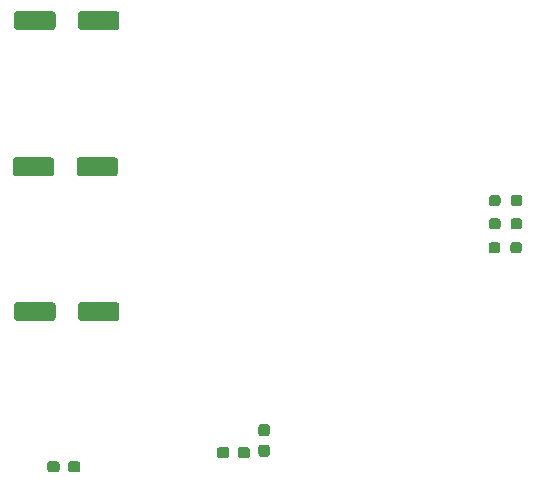
<source format=gbp>
G04 #@! TF.GenerationSoftware,KiCad,Pcbnew,(5.1.10)-1*
G04 #@! TF.CreationDate,2021-10-08T21:42:51+13:00*
G04 #@! TF.ProjectId,bldc_driver_fpga,626c6463-5f64-4726-9976-65725f667067,rev?*
G04 #@! TF.SameCoordinates,Original*
G04 #@! TF.FileFunction,Paste,Bot*
G04 #@! TF.FilePolarity,Positive*
%FSLAX46Y46*%
G04 Gerber Fmt 4.6, Leading zero omitted, Abs format (unit mm)*
G04 Created by KiCad (PCBNEW (5.1.10)-1) date 2021-10-08 21:42:51*
%MOMM*%
%LPD*%
G01*
G04 APERTURE LIST*
G04 APERTURE END LIST*
G36*
G01*
X119868500Y-43036500D02*
X119868500Y-42561500D01*
G75*
G02*
X120106000Y-42324000I237500J0D01*
G01*
X120606000Y-42324000D01*
G75*
G02*
X120843500Y-42561500I0J-237500D01*
G01*
X120843500Y-43036500D01*
G75*
G02*
X120606000Y-43274000I-237500J0D01*
G01*
X120106000Y-43274000D01*
G75*
G02*
X119868500Y-43036500I0J237500D01*
G01*
G37*
G36*
G01*
X118043500Y-43036500D02*
X118043500Y-42561500D01*
G75*
G02*
X118281000Y-42324000I237500J0D01*
G01*
X118781000Y-42324000D01*
G75*
G02*
X119018500Y-42561500I0J-237500D01*
G01*
X119018500Y-43036500D01*
G75*
G02*
X118781000Y-43274000I-237500J0D01*
G01*
X118281000Y-43274000D01*
G75*
G02*
X118043500Y-43036500I0J237500D01*
G01*
G37*
G36*
G01*
X119868500Y-45005000D02*
X119868500Y-44530000D01*
G75*
G02*
X120106000Y-44292500I237500J0D01*
G01*
X120606000Y-44292500D01*
G75*
G02*
X120843500Y-44530000I0J-237500D01*
G01*
X120843500Y-45005000D01*
G75*
G02*
X120606000Y-45242500I-237500J0D01*
G01*
X120106000Y-45242500D01*
G75*
G02*
X119868500Y-45005000I0J237500D01*
G01*
G37*
G36*
G01*
X118043500Y-45005000D02*
X118043500Y-44530000D01*
G75*
G02*
X118281000Y-44292500I237500J0D01*
G01*
X118781000Y-44292500D01*
G75*
G02*
X119018500Y-44530000I0J-237500D01*
G01*
X119018500Y-45005000D01*
G75*
G02*
X118781000Y-45242500I-237500J0D01*
G01*
X118281000Y-45242500D01*
G75*
G02*
X118043500Y-45005000I0J237500D01*
G01*
G37*
G36*
G01*
X119845000Y-47037000D02*
X119845000Y-46562000D01*
G75*
G02*
X120082500Y-46324500I237500J0D01*
G01*
X120582500Y-46324500D01*
G75*
G02*
X120820000Y-46562000I0J-237500D01*
G01*
X120820000Y-47037000D01*
G75*
G02*
X120582500Y-47274500I-237500J0D01*
G01*
X120082500Y-47274500D01*
G75*
G02*
X119845000Y-47037000I0J237500D01*
G01*
G37*
G36*
G01*
X118020000Y-47037000D02*
X118020000Y-46562000D01*
G75*
G02*
X118257500Y-46324500I237500J0D01*
G01*
X118757500Y-46324500D01*
G75*
G02*
X118995000Y-46562000I0J-237500D01*
G01*
X118995000Y-47037000D01*
G75*
G02*
X118757500Y-47274500I-237500J0D01*
G01*
X118257500Y-47274500D01*
G75*
G02*
X118020000Y-47037000I0J237500D01*
G01*
G37*
G36*
G01*
X81692000Y-65104000D02*
X81692000Y-65579000D01*
G75*
G02*
X81454500Y-65816500I-237500J0D01*
G01*
X80879500Y-65816500D01*
G75*
G02*
X80642000Y-65579000I0J237500D01*
G01*
X80642000Y-65104000D01*
G75*
G02*
X80879500Y-64866500I237500J0D01*
G01*
X81454500Y-64866500D01*
G75*
G02*
X81692000Y-65104000I0J-237500D01*
G01*
G37*
G36*
G01*
X83442000Y-65104000D02*
X83442000Y-65579000D01*
G75*
G02*
X83204500Y-65816500I-237500J0D01*
G01*
X82629500Y-65816500D01*
G75*
G02*
X82392000Y-65579000I0J237500D01*
G01*
X82392000Y-65104000D01*
G75*
G02*
X82629500Y-64866500I237500J0D01*
G01*
X83204500Y-64866500D01*
G75*
G02*
X83442000Y-65104000I0J-237500D01*
G01*
G37*
G36*
G01*
X83246000Y-28109000D02*
X83246000Y-27009000D01*
G75*
G02*
X83496000Y-26759000I250000J0D01*
G01*
X86496000Y-26759000D01*
G75*
G02*
X86746000Y-27009000I0J-250000D01*
G01*
X86746000Y-28109000D01*
G75*
G02*
X86496000Y-28359000I-250000J0D01*
G01*
X83496000Y-28359000D01*
G75*
G02*
X83246000Y-28109000I0J250000D01*
G01*
G37*
G36*
G01*
X77846000Y-28109000D02*
X77846000Y-27009000D01*
G75*
G02*
X78096000Y-26759000I250000J0D01*
G01*
X81096000Y-26759000D01*
G75*
G02*
X81346000Y-27009000I0J-250000D01*
G01*
X81346000Y-28109000D01*
G75*
G02*
X81096000Y-28359000I-250000J0D01*
G01*
X78096000Y-28359000D01*
G75*
G02*
X77846000Y-28109000I0J250000D01*
G01*
G37*
G36*
G01*
X83119000Y-40491500D02*
X83119000Y-39391500D01*
G75*
G02*
X83369000Y-39141500I250000J0D01*
G01*
X86369000Y-39141500D01*
G75*
G02*
X86619000Y-39391500I0J-250000D01*
G01*
X86619000Y-40491500D01*
G75*
G02*
X86369000Y-40741500I-250000J0D01*
G01*
X83369000Y-40741500D01*
G75*
G02*
X83119000Y-40491500I0J250000D01*
G01*
G37*
G36*
G01*
X77719000Y-40491500D02*
X77719000Y-39391500D01*
G75*
G02*
X77969000Y-39141500I250000J0D01*
G01*
X80969000Y-39141500D01*
G75*
G02*
X81219000Y-39391500I0J-250000D01*
G01*
X81219000Y-40491500D01*
G75*
G02*
X80969000Y-40741500I-250000J0D01*
G01*
X77969000Y-40741500D01*
G75*
G02*
X77719000Y-40491500I0J250000D01*
G01*
G37*
G36*
G01*
X83246000Y-52747000D02*
X83246000Y-51647000D01*
G75*
G02*
X83496000Y-51397000I250000J0D01*
G01*
X86496000Y-51397000D01*
G75*
G02*
X86746000Y-51647000I0J-250000D01*
G01*
X86746000Y-52747000D01*
G75*
G02*
X86496000Y-52997000I-250000J0D01*
G01*
X83496000Y-52997000D01*
G75*
G02*
X83246000Y-52747000I0J250000D01*
G01*
G37*
G36*
G01*
X77846000Y-52747000D02*
X77846000Y-51647000D01*
G75*
G02*
X78096000Y-51397000I250000J0D01*
G01*
X81096000Y-51397000D01*
G75*
G02*
X81346000Y-51647000I0J-250000D01*
G01*
X81346000Y-52747000D01*
G75*
G02*
X81096000Y-52997000I-250000J0D01*
G01*
X78096000Y-52997000D01*
G75*
G02*
X77846000Y-52747000I0J250000D01*
G01*
G37*
G36*
G01*
X96057000Y-63897500D02*
X96057000Y-64372500D01*
G75*
G02*
X95819500Y-64610000I-237500J0D01*
G01*
X95244500Y-64610000D01*
G75*
G02*
X95007000Y-64372500I0J237500D01*
G01*
X95007000Y-63897500D01*
G75*
G02*
X95244500Y-63660000I237500J0D01*
G01*
X95819500Y-63660000D01*
G75*
G02*
X96057000Y-63897500I0J-237500D01*
G01*
G37*
G36*
G01*
X97807000Y-63897500D02*
X97807000Y-64372500D01*
G75*
G02*
X97569500Y-64610000I-237500J0D01*
G01*
X96994500Y-64610000D01*
G75*
G02*
X96757000Y-64372500I0J237500D01*
G01*
X96757000Y-63897500D01*
G75*
G02*
X96994500Y-63660000I237500J0D01*
G01*
X97569500Y-63660000D01*
G75*
G02*
X97807000Y-63897500I0J-237500D01*
G01*
G37*
G36*
G01*
X98759000Y-63455000D02*
X99234000Y-63455000D01*
G75*
G02*
X99471500Y-63692500I0J-237500D01*
G01*
X99471500Y-64267500D01*
G75*
G02*
X99234000Y-64505000I-237500J0D01*
G01*
X98759000Y-64505000D01*
G75*
G02*
X98521500Y-64267500I0J237500D01*
G01*
X98521500Y-63692500D01*
G75*
G02*
X98759000Y-63455000I237500J0D01*
G01*
G37*
G36*
G01*
X98759000Y-61705000D02*
X99234000Y-61705000D01*
G75*
G02*
X99471500Y-61942500I0J-237500D01*
G01*
X99471500Y-62517500D01*
G75*
G02*
X99234000Y-62755000I-237500J0D01*
G01*
X98759000Y-62755000D01*
G75*
G02*
X98521500Y-62517500I0J237500D01*
G01*
X98521500Y-61942500D01*
G75*
G02*
X98759000Y-61705000I237500J0D01*
G01*
G37*
M02*

</source>
